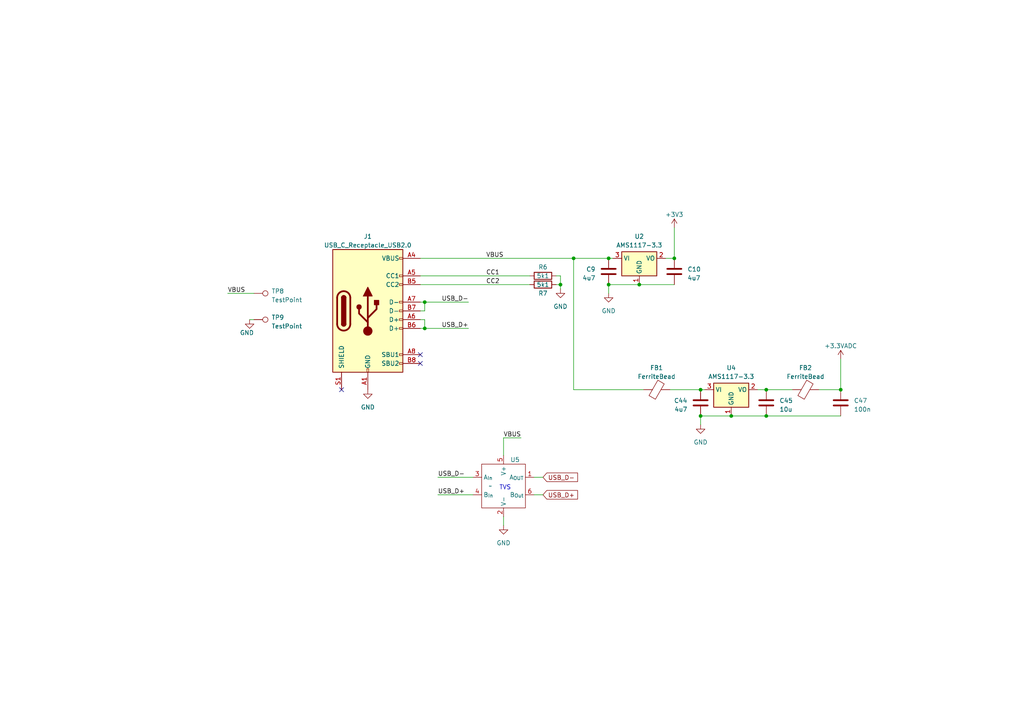
<source format=kicad_sch>
(kicad_sch (version 20230121) (generator eeschema)
  (paper "A4")
  (title_block (title "Power supplies") (date "2023-03-19") (rev "000") (company "[JS]"))
  (lib_symbols
    (symbol "Connector:TestPoint" (pin_numbers hide) (pin_names (offset 0.762) hide)
      (property "Reference" "TP" (at 0 6.858 0))
      (property "Value" "TestPoint" (at 0 5.08 0))
      (symbol "TestPoint_0_1"
        (circle (center 0 3.302) (radius 0.762))
      )
      (symbol "TestPoint_1_1"
        (pin passive line (at 0 0 90) (length 2.54) (name "1") (number "1"))
      )
    )
    (symbol "Connector:USB_C_Receptacle_USB2.0" (pin_names (offset 1.016))
      (property "Reference" "J" (at -10.16 19.05 0))
      (property "Value" "USB_C_Receptacle_USB2.0" (at 19.05 19.05 0))
      (symbol "USB_C_Receptacle_USB2.0_0_0"
        (rectangle (start -0.254 -17.78) (end 0.254 -16.764))
        (rectangle (start 10.16 -14.986) (end 9.144 -15.494))
        (rectangle (start 10.16 -12.446) (end 9.144 -12.954))
        (rectangle (start 10.16 -4.826) (end 9.144 -5.334))
        (rectangle (start 10.16 -2.286) (end 9.144 -2.794))
        (rectangle (start 10.16 0.254) (end 9.144 -0.254))
        (rectangle (start 10.16 2.794) (end 9.144 2.286))
        (rectangle (start 10.16 7.874) (end 9.144 7.366))
        (rectangle (start 10.16 10.414) (end 9.144 9.906))
        (rectangle (start 10.16 15.494) (end 9.144 14.986))
      )
      (symbol "USB_C_Receptacle_USB2.0_0_1"
        (rectangle (start -10.16 17.78) (end 10.16 -17.78) (stroke (width 0.254)) (fill (type background)))
        (arc (start -8.89 -3.81) (mid -6.985 -5.7067) (end -5.08 -3.81) (stroke (width 0.508)))
        (arc (start -7.62 -3.81) (mid -6.985 -4.4423) (end -6.35 -3.81) (stroke (width 0.254)))
        (arc (start -7.62 -3.81) (mid -6.985 -4.4423) (end -6.35 -3.81) (stroke (width 0.254)) (fill (type outline)))
        (rectangle (start -7.62 -3.81) (end -6.35 3.81) (stroke (width 0.254)) (fill (type outline)))
        (arc (start -6.35 3.81) (mid -6.985 4.4423) (end -7.62 3.81) (stroke (width 0.254)))
        (arc (start -6.35 3.81) (mid -6.985 4.4423) (end -7.62 3.81) (stroke (width 0.254)) (fill (type outline)))
        (arc (start -5.08 3.81) (mid -6.985 5.7067) (end -8.89 3.81) (stroke (width 0.508)))
        (circle (center -2.54 1.143) (radius 0.635) (stroke (width 0.254)) (fill (type outline)))
        (circle (center 0 -5.842) (radius 1.27) (fill (type outline)))
        (polyline (pts (xy -8.89 -3.81) (xy -8.89 3.81)) (stroke (width 0.508)))
        (polyline (pts (xy -5.08 3.81) (xy -5.08 -3.81)) (stroke (width 0.508)))
        (polyline (pts (xy 0 -5.842) (xy 0 4.318)) (stroke (width 0.508)))
        (polyline (pts (xy 0 -3.302) (xy -2.54 -0.762) (xy -2.54 0.508)) (stroke (width 0.508)))
        (polyline (pts (xy 0 -2.032) (xy 2.54 0.508) (xy 2.54 1.778)) (stroke (width 0.508)))
        (polyline (pts (xy -1.27 4.318) (xy 0 6.858) (xy 1.27 4.318) (xy -1.27 4.318)) (stroke (width 0.254)) (fill (type outline)))
        (rectangle (start 1.905 1.778) (end 3.175 3.048) (stroke (width 0.254)) (fill (type outline)))
      )
      (symbol "USB_C_Receptacle_USB2.0_1_1"
        (pin passive line (at 0 -22.86 90) (length 5.08) (name "GND") (number "A1"))
        (pin passive line (at 0 -22.86 90) (length 5.08) hide (name "GND") (number "A12"))
        (pin passive line (at 15.24 15.24 180) (length 5.08) (name "VBUS") (number "A4"))
        (pin bidirectional line (at 15.24 10.16 180) (length 5.08) (name "CC1") (number "A5"))
        (pin bidirectional line (at 15.24 -2.54 180) (length 5.08) (name "D+") (number "A6"))
        (pin bidirectional line (at 15.24 2.54 180) (length 5.08) (name "D-") (number "A7"))
        (pin bidirectional line (at 15.24 -12.7 180) (length 5.08) (name "SBU1") (number "A8"))
        (pin passive line (at 15.24 15.24 180) (length 5.08) hide (name "VBUS") (number "A9"))
        (pin passive line (at 0 -22.86 90) (length 5.08) hide (name "GND") (number "B1"))
        (pin passive line (at 0 -22.86 90) (length 5.08) hide (name "GND") (number "B12"))
        (pin passive line (at 15.24 15.24 180) (length 5.08) hide (name "VBUS") (number "B4"))
        (pin bidirectional line (at 15.24 7.62 180) (length 5.08) (name "CC2") (number "B5"))
        (pin bidirectional line (at 15.24 -5.08 180) (length 5.08) (name "D+") (number "B6"))
        (pin bidirectional line (at 15.24 0 180) (length 5.08) (name "D-") (number "B7"))
        (pin bidirectional line (at 15.24 -15.24 180) (length 5.08) (name "SBU2") (number "B8"))
        (pin passive line (at 15.24 15.24 180) (length 5.08) hide (name "VBUS") (number "B9"))
        (pin passive line (at -7.62 -22.86 90) (length 5.08) (name "SHIELD") (number "S1"))
      )
    )
    (symbol "Device:C" (pin_numbers hide) (pin_names (offset 0.254))
      (property "Reference" "C" (at 0.635 2.54 0))
      (property "Value" "C" (at 0.635 -2.54 0))
      (symbol "C_0_1"
        (polyline (pts (xy -2.032 -0.762) (xy 2.032 -0.762)) (stroke (width 0.508)))
        (polyline (pts (xy -2.032 0.762) (xy 2.032 0.762)) (stroke (width 0.508)))
      )
      (symbol "C_1_1"
        (pin passive line (at 0 3.81 270) (length 2.794) (name "~") (number "1"))
        (pin passive line (at 0 -3.81 90) (length 2.794) (name "~") (number "2"))
      )
    )
    (symbol "Device:FerriteBead" (pin_numbers hide) (pin_names (offset 0))
      (property "Reference" "FB" (at -3.81 0.635 90))
      (property "Value" "FerriteBead" (at 3.81 0 90))
      (symbol "FerriteBead_0_1"
        (polyline (pts (xy 0 -1.27) (xy 0 -1.2192)))
        (polyline (pts (xy 0 1.27) (xy 0 1.2954)))
        (polyline (pts (xy -2.7686 0.4064) (xy -1.7018 2.2606) (xy 2.7686 -0.3048) (xy 1.6764 -2.159) (xy -2.7686 0.4064)))
      )
      (symbol "FerriteBead_1_1"
        (pin passive line (at 0 3.81 270) (length 2.54) (name "~") (number "1"))
        (pin passive line (at 0 -3.81 90) (length 2.54) (name "~") (number "2"))
      )
    )
    (symbol "Device:R" (pin_numbers hide) (pin_names (offset 0))
      (property "Reference" "R" (at 2.032 0 90))
      (property "Value" "R" (at 0 0 90))
      (symbol "R_0_1"
        (rectangle (start -1.016 -2.54) (end 1.016 2.54) (stroke (width 0.254)))
      )
      (symbol "R_1_1"
        (pin passive line (at 0 3.81 270) (length 1.27) (name "~") (number "1"))
        (pin passive line (at 0 -3.81 90) (length 1.27) (name "~") (number "2"))
      )
    )
    (symbol "Power_Protection:CM1231"
      (property "Reference" "U" (at -1.27 7.62 0))
      (symbol "CM1231_0_1"
        (rectangle (start -2.54 6.35) (end 10.16 -6.35))
      )
      (symbol "CM1231_1_1"
        (pin input line (at 12.7 2.54 180) (length 2.54) (name "A_{OUT}") (number "1"))
        (pin input line (at 3.81 -8.89 90) (length 2.54) (name "V-") (number "2"))
        (pin input line (at -5.08 2.54 0) (length 2.54) (name "A_{In}") (number "3"))
        (pin input line (at -5.08 -2.54 0) (length 2.54) (name "B_{In}") (number "4"))
        (pin input line (at 3.81 8.89 270) (length 2.54) (name "V+") (number "5"))
        (pin input line (at 12.7 -2.54 180) (length 2.54) (name "B_{Out}") (number "6"))
      )
    )
    (symbol "Regulator_Linear:AMS1117-3.3"
      (property "Reference" "U" (at -3.81 3.175 0))
      (property "Value" "AMS1117-3.3" (at 0 3.175 0))
      (symbol "AMS1117-3.3_0_1"
        (rectangle (start -5.08 -5.08) (end 5.08 1.905) (stroke (width 0.254)) (fill (type background)))
      )
      (symbol "AMS1117-3.3_1_1"
        (pin power_in line (at 0 -7.62 90) (length 2.54) (name "GND") (number "1"))
        (pin power_out line (at 7.62 0 180) (length 2.54) (name "VO") (number "2"))
        (pin power_in line (at -7.62 0 0) (length 2.54) (name "VI") (number "3"))
      )
    )
    (symbol "power:+3.3VADC" (power) (pin_names (offset 0))
      (property "Value" "+3.3VADC" (at 0 2.54 0))
      (symbol "+3.3VADC_0_0"
        (pin power_in line (at 0 0 90) (length 0) hide (name "+3.3VADC") (number "1"))
      )
      (symbol "+3.3VADC_0_1"
        (polyline (pts (xy -0.762 1.27) (xy 0 2.54)))
        (polyline (pts (xy 0 0) (xy 0 2.54)))
        (polyline (pts (xy 0 2.54) (xy 0.762 1.27)))
      )
    )
    (symbol "power:+3V3" (power) (pin_names (offset 0))
      (property "Value" "+3V3" (at 0 3.556 0))
      (symbol "+3V3_0_1"
        (polyline (pts (xy -0.762 1.27) (xy 0 2.54)))
        (polyline (pts (xy 0 0) (xy 0 2.54)))
        (polyline (pts (xy 0 2.54) (xy 0.762 1.27)))
      )
      (symbol "+3V3_1_1"
        (pin power_in line (at 0 0 90) (length 0) hide (name "+3V3") (number "1"))
      )
    )
    (symbol "power:GND" (power) (pin_names (offset 0))
      (property "Value" "GND" (at 0 -3.81 0))
      (symbol "GND_0_1"
        (polyline (pts (xy 0 0) (xy 0 -1.27) (xy 1.27 -1.27) (xy 0 -2.54) (xy -1.27 -1.27) (xy 0 -1.27)))
      )
      (symbol "GND_1_1"
        (pin power_in line (at 0 0 270) (length 0) hide (name "GND") (number "1"))
      )
    )
  )
  (junction (at 243.84 113.03))
  (junction (at 162.56 82.55))
  (junction (at 185.42 82.55))
  (junction (at 123.19 95.25))
  (junction (at 123.19 87.63))
  (junction (at 166.37 74.93))
  (junction (at 203.2 113.03))
  (junction (at 222.25 113.03))
  (junction (at 195.58 74.93))
  (junction (at 203.2 120.65))
  (junction (at 176.53 74.93))
  (junction (at 222.25 120.65))
  (junction (at 176.53 82.55))
  (junction (at 212.09 120.65))
  (no_connect (at 99.06 113.03))
  (no_connect (at 121.92 102.87))
  (no_connect (at 121.92 105.41))
  (wire (pts (xy 151.13 127) (xy 146.05 127)))
  (wire (pts (xy 127 143.51) (xy 137.16 143.51)))
  (wire (pts (xy 195.58 66.04) (xy 195.58 74.93)))
  (wire (pts (xy 193.04 74.93) (xy 195.58 74.93)))
  (wire (pts (xy 157.48 143.51) (xy 154.94 143.51)))
  (wire (pts (xy 203.2 120.65) (xy 212.09 120.65)))
  (wire (pts (xy 161.29 80.01) (xy 162.56 80.01)))
  (wire (pts (xy 222.25 113.03) (xy 229.87 113.03)))
  (wire (pts (xy 203.2 120.65) (xy 203.2 123.19)))
  (wire (pts (xy 121.92 87.63) (xy 123.19 87.63)))
  (wire (pts (xy 219.71 113.03) (xy 222.25 113.03)))
  (wire (pts (xy 123.19 95.25) (xy 121.92 95.25)))
  (wire (pts (xy 194.31 113.03) (xy 203.2 113.03)))
  (wire (pts (xy 121.92 82.55) (xy 153.67 82.55)))
  (wire (pts (xy 121.92 90.17) (xy 123.19 90.17)))
  (wire (pts (xy 176.53 82.55) (xy 176.53 85.09)))
  (wire (pts (xy 162.56 80.01) (xy 162.56 82.55)))
  (wire (pts (xy 166.37 74.93) (xy 176.53 74.93)))
  (wire (pts (xy 146.05 149.86) (xy 146.05 152.4)))
  (wire (pts (xy 123.19 92.71) (xy 123.19 95.25)))
  (wire (pts (xy 166.37 74.93) (xy 166.37 113.03)))
  (wire (pts (xy 243.84 104.14) (xy 243.84 113.03)))
  (wire (pts (xy 176.53 82.55) (xy 185.42 82.55)))
  (wire (pts (xy 212.09 120.65) (xy 222.25 120.65)))
  (wire (pts (xy 123.19 87.63) (xy 135.89 87.63)))
  (wire (pts (xy 123.19 92.71) (xy 121.92 92.71)))
  (wire (pts (xy 166.37 113.03) (xy 186.69 113.03)))
  (wire (pts (xy 203.2 113.03) (xy 204.47 113.03)))
  (wire (pts (xy 185.42 82.55) (xy 195.58 82.55)))
  (wire (pts (xy 123.19 90.17) (xy 123.19 87.63)))
  (wire (pts (xy 237.49 113.03) (xy 243.84 113.03)))
  (wire (pts (xy 121.92 74.93) (xy 166.37 74.93)))
  (wire (pts (xy 157.48 138.43) (xy 154.94 138.43)))
  (wire (pts (xy 162.56 82.55) (xy 161.29 82.55)))
  (wire (pts (xy 72.39 92.71) (xy 73.66 92.71)))
  (wire (pts (xy 66.04 85.09) (xy 73.66 85.09)))
  (wire (pts (xy 127 138.43) (xy 137.16 138.43)))
  (wire (pts (xy 222.25 120.65) (xy 243.84 120.65)))
  (wire (pts (xy 146.05 127) (xy 146.05 132.08)))
  (wire (pts (xy 176.53 74.93) (xy 177.8 74.93)))
  (wire (pts (xy 153.67 80.01) (xy 121.92 80.01)))
  (wire (pts (xy 162.56 83.82) (xy 162.56 82.55)))
  (wire (pts (xy 123.19 95.25) (xy 135.89 95.25)))
  (text "TVS" (at 144.78 142.24 0) (effects (font (size 1.27 1.27)) (justify left bottom)))
  (label "USB_D+" (at 135.89 95.25 180))
  (label "CC2" (at 140.97 82.55 0))
  (label "VBUS" (at 66.04 85.09 0))
  (label "USB_D-" (at 127 138.43 0))
  (label "USB_D+" (at 127 143.51 0))
  (label "USB_D-" (at 135.89 87.63 180))
  (label "VBUS" (at 151.13 127 180))
  (label "VBUS" (at 140.97 74.93 0))
  (label "CC1" (at 140.97 80.01 0))
  (global_label "USB_D+" (shape input) (at 157.48 143.51 0) (property "Intersheetrefs" "${INTERSHEET_REFS}" (effects hide)))
  (global_label "USB_D-" (shape input) (at 157.48 138.43 0) (property "Intersheetrefs" "${INTERSHEET_REFS}" (effects hide)))
  (symbol (lib_id "Regulator_Linear:AMS1117-3.3") (at 212.09 113.03 0) (unit 1)
    (property "Reference" "U4" (at 212.09 106.68 0))
    (property "Value" "AMS1117-3.3" (at 212.09 109.22 0))
    (property "Footprint" "Package_TO_SOT_SMD:SOT-223-3_TabPin2" (effects hide))
    (property "Datasheet" "http://www.advanced-monolithic.com/pdf/ds1117.pdf" (effects hide))
  )
  (symbol (lib_id "power:GND") (at 106.68 113.03 0) (unit 1)
    (property "Reference" "#PWR09" (effects hide))
    (property "Value" "GND" (at 106.68 118.11 0))
  )
  (symbol (lib_id "Device:C") (at 222.25 116.84 0) (unit 1)
    (property "Reference" "C45" (at 226.06 116.205 0) (effects (justify left)))
    (property "Value" "10u" (at 226.06 118.745 0) (effects (justify left)))
    (property "Footprint" "Capacitor_SMD:C_0805_2012Metric" (effects hide))
  )
  (symbol (lib_id "power:+3V3") (at 195.58 66.04 0) (unit 1)
    (property "Reference" "#PWR013" (effects hide))
    (property "Value" "+3V3" (at 195.58 62.23 0))
  )
  (symbol (lib_id "power:+3.3VADC") (at 243.84 104.14 0) (unit 1)
    (property "Reference" "#PWR078" (effects hide))
    (property "Value" "+3.3VADC" (at 243.84 100.33 0))
  )
  (symbol (lib_id "power:GND") (at 176.53 85.09 0) (unit 1)
    (property "Reference" "#PWR012" (effects hide))
    (property "Value" "GND" (at 176.53 90.17 0))
  )
  (symbol (lib_id "Connector:TestPoint") (at 73.66 92.71 270) (unit 1)
    (property "Reference" "TP9" (at 78.74 92.075 90) (effects (justify left)))
    (property "Value" "TestPoint" (at 78.74 94.615 90) (effects (justify left)))
    (property "Footprint" "TestPoint:TestPoint_Pad_2.0x2.0mm" (effects hide))
  )
  (symbol (lib_id "Connector:TestPoint") (at 73.66 85.09 270) (unit 1)
    (property "Reference" "TP8" (at 78.74 84.455 90) (effects (justify left)))
    (property "Value" "TestPoint" (at 78.74 86.995 90) (effects (justify left)))
    (property "Footprint" "TestPoint:TestPoint_Pad_2.0x2.0mm" (effects hide))
  )
  (symbol (lib_id "Regulator_Linear:AMS1117-3.3") (at 185.42 74.93 0) (unit 1)
    (property "Reference" "U2" (at 185.42 68.58 0))
    (property "Value" "AMS1117-3.3" (at 185.42 71.12 0))
    (property "Footprint" "Package_TO_SOT_SMD:SOT-223-3_TabPin2" (effects hide))
    (property "Datasheet" "http://www.advanced-monolithic.com/pdf/ds1117.pdf" (effects hide))
  )
  (symbol (lib_id "Device:R") (at 157.48 82.55 270) (unit 1)
    (property "Reference" "R7" (at 157.48 85.09 90))
    (property "Value" "5k1" (at 157.48 82.55 90))
    (property "Footprint" "Resistor_SMD:R_0805_2012Metric" (effects hide))
  )
  (symbol (lib_id "Device:FerriteBead") (at 233.68 113.03 90) (unit 1)
    (property "Reference" "FB2" (at 233.6292 106.68 90))
    (property "Value" "FerriteBead" (at 233.6292 109.22 90))
    (property "Footprint" "Inductor_SMD:L_0805_2012Metric" (effects hide))
  )
  (symbol (lib_id "Device:C") (at 176.53 78.74 0) (mirror y) (unit 1)
    (property "Reference" "C9" (at 172.72 78.105 0) (effects (justify left)))
    (property "Value" "4u7" (at 172.72 80.645 0) (effects (justify left)))
    (property "Footprint" "Capacitor_SMD:C_0805_2012Metric" (effects hide))
  )
  (symbol (lib_id "Device:C") (at 243.84 116.84 0) (unit 1)
    (property "Reference" "C47" (at 247.65 116.205 0) (effects (justify left)))
    (property "Value" "100n" (at 247.65 118.745 0) (effects (justify left)))
    (property "Footprint" "Capacitor_SMD:C_0805_2012Metric" (effects hide))
  )
  (symbol (lib_id "Device:C") (at 203.2 116.84 0) (mirror y) (unit 1)
    (property "Reference" "C44" (at 199.39 116.205 0) (effects (justify left)))
    (property "Value" "4u7" (at 199.39 118.745 0) (effects (justify left)))
    (property "Footprint" "Capacitor_SMD:C_0805_2012Metric" (effects hide))
  )
  (symbol (lib_id "Connector:USB_C_Receptacle_USB2.0") (at 106.68 90.17 0) (unit 1)
    (property "Reference" "J1" (at 106.68 68.58 0))
    (property "Value" "USB_C_Receptacle_USB2.0" (at 106.68 71.12 0))
    (property "Footprint" "Connector_USB:USB_C_Receptacle_GCT_USB4105-xx-A_16P_TopMnt_Horizontal" (effects hide))
    (property "Datasheet" "https://www.usb.org/sites/default/files/documents/usb_type-c.zip" (effects hide))
  )
  (symbol (lib_id "Device:FerriteBead") (at 190.5 113.03 90) (unit 1)
    (property "Reference" "FB1" (at 190.4492 106.68 90))
    (property "Value" "FerriteBead" (at 190.4492 109.22 90))
    (property "Footprint" "Inductor_SMD:L_0805_2012Metric" (effects hide))
  )
  (symbol (lib_id "Power_Protection:CM1231") (at 142.24 140.97 0) (unit 1)
    (property "Reference" "U5" (at 148.0059 133.35 0) (effects (justify left)))
    (property "Value" "~" (at 142.24 140.97 0))
    (property "Footprint" "Package_TO_SOT_SMD:SOT-23-6" (effects hide))
  )
  (symbol (lib_id "Device:R") (at 157.48 80.01 90) (unit 1)
    (property "Reference" "R6" (at 157.48 77.47 90))
    (property "Value" "5k1" (at 157.48 80.01 90))
    (property "Footprint" "Resistor_SMD:R_0805_2012Metric" (effects hide))
  )
  (symbol (lib_id "power:GND") (at 72.39 92.71 0) (unit 1)
    (property "Reference" "#PWR082" (effects hide))
    (property "Value" "GND" (at 73.66 96.52 0) (effects (justify right)))
  )
  (symbol (lib_id "power:GND") (at 162.56 83.82 0) (unit 1)
    (property "Reference" "#PWR010" (effects hide))
    (property "Value" "GND" (at 162.56 88.9 0))
  )
  (symbol (lib_id "power:GND") (at 203.2 123.19 0) (unit 1)
    (property "Reference" "#PWR077" (effects hide))
    (property "Value" "GND" (at 203.2 128.27 0))
  )
  (symbol (lib_id "Device:C") (at 195.58 78.74 0) (unit 1)
    (property "Reference" "C10" (at 199.39 78.105 0) (effects (justify left)))
    (property "Value" "4u7" (at 199.39 80.645 0) (effects (justify left)))
    (property "Footprint" "Capacitor_SMD:C_0805_2012Metric" (effects hide))
  )
  (symbol (lib_id "power:GND") (at 146.05 152.4 0) (unit 1)
    (property "Reference" "#PWR081" (effects hide))
    (property "Value" "GND" (at 146.05 157.48 0))
  )
)
</source>
